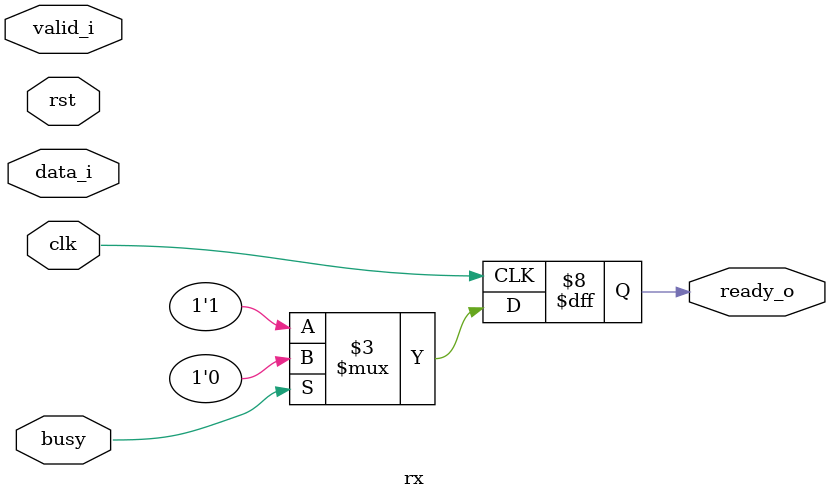
<source format=v>
module rx(clk,rst,data_i,valid_i,busy,ready_o);
input wire clk;
input wire rst;
input wire [1:0]data_i;
input wire valid_i;
input wire  busy;
output reg  ready_o;

reg [1:0] rx;

always @(posedge clk)
begin 
    if(busy) begin
    ready_o<=1'b0;
end
else begin 
    ready_o<=1'b1;
end
    if(ready_o)begin 
        rx<=data_i;
    end
end


endmodule
</source>
